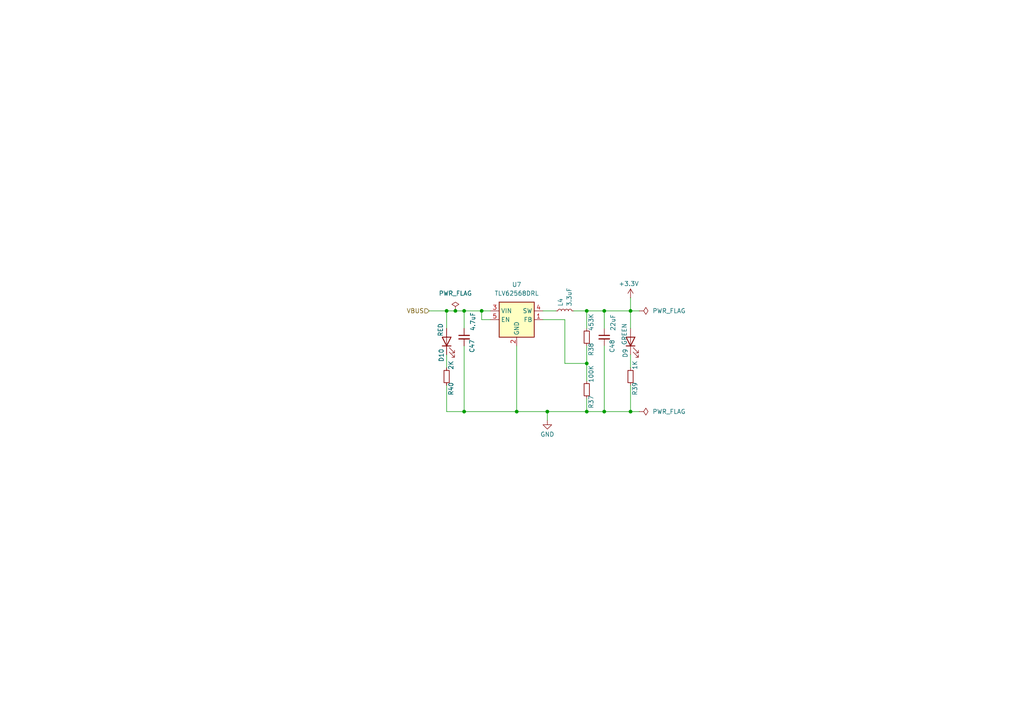
<source format=kicad_sch>
(kicad_sch (version 20231120) (generator "eeschema") (generator_version "8.0")
  (paper "A4")
  (title_block (title "RP2350 Target Board") (date "2024-10-23") (rev "rev1-pre1") (company "Pigweed"))
  (lib_symbols
    (symbol "Device:C_Small" (pin_numbers hide) (pin_names (offset 0.254) hide)
      (property "Reference" "C" (at 0.254 1.778 0))
      (property "Value" "C_Small" (at 0.254 -2.032 0))
      (symbol "C_Small_0_1"
        (polyline (pts (xy -1.524 -0.508) (xy 1.524 -0.508)) (stroke (width 0.3302)))
        (polyline (pts (xy -1.524 0.508) (xy 1.524 0.508)) (stroke (width 0.3048)))
      )
      (symbol "C_Small_1_1"
        (pin passive line (at 0 2.54 270) (length 2.032) (name "~") (number "1"))
        (pin passive line (at 0 -2.54 90) (length 2.032) (name "~") (number "2"))
      )
    )
    (symbol "Device:LED" (pin_numbers hide) (pin_names (offset 1.016) hide)
      (property "Reference" "D" (at 0 2.54 0))
      (property "Value" "LED" (at 0 -2.54 0))
      (symbol "LED_0_1"
        (polyline (pts (xy -1.27 -1.27) (xy -1.27 1.27)) (stroke (width 0.254)))
        (polyline (pts (xy -1.27 0) (xy 1.27 0)))
        (polyline (pts (xy 1.27 -1.27) (xy 1.27 1.27) (xy -1.27 0) (xy 1.27 -1.27)) (stroke (width 0.254)))
        (polyline (pts (xy -3.048 -0.762) (xy -4.572 -2.286) (xy -3.81 -2.286) (xy -4.572 -2.286) (xy -4.572 -1.524)))
        (polyline (pts (xy -1.778 -0.762) (xy -3.302 -2.286) (xy -2.54 -2.286) (xy -3.302 -2.286) (xy -3.302 -1.524)))
      )
      (symbol "LED_1_1"
        (pin passive line (at -3.81 0 0) (length 2.54) (name "K") (number "1"))
        (pin passive line (at 3.81 0 180) (length 2.54) (name "A") (number "2"))
      )
    )
    (symbol "Device:L_Small" (pin_numbers hide) (pin_names (offset 0.254) hide)
      (property "Reference" "L" (at 0.762 1.016 0))
      (property "Value" "L_Small" (at 0.762 -1.016 0))
      (symbol "L_Small_0_1"
        (arc (start 0 -2.032) (mid 0.5058 -1.524) (end 0 -1.016))
        (arc (start 0 -1.016) (mid 0.5058 -0.508) (end 0 0))
        (arc (start 0 0) (mid 0.5058 0.508) (end 0 1.016))
        (arc (start 0 1.016) (mid 0.5058 1.524) (end 0 2.032))
      )
      (symbol "L_Small_1_1"
        (pin passive line (at 0 2.54 270) (length 0.508) (name "~") (number "1"))
        (pin passive line (at 0 -2.54 90) (length 0.508) (name "~") (number "2"))
      )
    )
    (symbol "Device:R_Small" (pin_numbers hide) (pin_names (offset 0.254) hide)
      (property "Reference" "R" (at 0.762 0.508 0))
      (property "Value" "R_Small" (at 0.762 -1.016 0))
      (symbol "R_Small_0_1"
        (rectangle (start -0.762 1.778) (end 0.762 -1.778) (stroke (width 0.2032)))
      )
      (symbol "R_Small_1_1"
        (pin passive line (at 0 2.54 270) (length 0.762) (name "~") (number "1"))
        (pin passive line (at 0 -2.54 90) (length 0.762) (name "~") (number "2"))
      )
    )
    (symbol "Regulator_Switching:TLV62568DRL"
      (property "Reference" "U" (at -5.08 6.35 0))
      (property "Value" "TLV62568DRL" (at 0 6.35 0))
      (symbol "TLV62568DRL_0_1"
        (rectangle (start -5.08 5.08) (end 5.08 -5.08) (stroke (width 0.254)) (fill (type background)))
      )
      (symbol "TLV62568DRL_1_1"
        (pin input line (at 7.62 0 180) (length 2.54) (name "FB") (number "1"))
        (pin power_in line (at 0 -7.62 90) (length 2.54) (name "GND") (number "2"))
        (pin power_in line (at -7.62 2.54 0) (length 2.54) (name "VIN") (number "3"))
        (pin power_out line (at 7.62 2.54 180) (length 2.54) (name "SW") (number "4"))
        (pin input line (at -7.62 0 0) (length 2.54) (name "EN") (number "5"))
        (pin no_connect line (at 5.08 -2.54 180) (length 2.54) hide (name "NC") (number "6"))
      )
    )
    (symbol "power:+3.3V" (power) (pin_numbers hide) (pin_names (offset 0) hide)
      (property "Value" "+3.3V" (at 0 3.556 0))
      (symbol "+3.3V_0_1"
        (polyline (pts (xy -0.762 1.27) (xy 0 2.54)))
        (polyline (pts (xy 0 0) (xy 0 2.54)))
        (polyline (pts (xy 0 2.54) (xy 0.762 1.27)))
      )
      (symbol "+3.3V_1_1"
        (pin power_in line (at 0 0 90) (length 0) (name "~") (number "1"))
      )
    )
    (symbol "power:GND" (power) (pin_numbers hide) (pin_names (offset 0) hide)
      (property "Value" "GND" (at 0 -3.81 0))
      (symbol "GND_0_1"
        (polyline (pts (xy 0 0) (xy 0 -1.27) (xy 1.27 -1.27) (xy 0 -2.54) (xy -1.27 -1.27) (xy 0 -1.27)))
      )
      (symbol "GND_1_1"
        (pin power_in line (at 0 0 270) (length 0) (name "~") (number "1"))
      )
    )
    (symbol "power:PWR_FLAG" (power) (pin_numbers hide) (pin_names (offset 0) hide)
      (property "Value" "PWR_FLAG" (at 0 3.81 0))
      (symbol "PWR_FLAG_0_0"
        (pin power_out line (at 0 0 90) (length 0) (name "~") (number "1"))
      )
      (symbol "PWR_FLAG_0_1"
        (polyline (pts (xy 0 0) (xy 0 1.27) (xy -1.016 1.905) (xy 0 2.54) (xy 1.016 1.905) (xy 0 1.27)))
      )
    )
  )
  (junction (at 170.18 105.41))
  (junction (at 158.75 119.38))
  (junction (at 182.88 119.38))
  (junction (at 129.54 90.17))
  (junction (at 182.88 90.17))
  (junction (at 175.26 119.38))
  (junction (at 134.62 119.38))
  (junction (at 132.08 90.17))
  (junction (at 175.26 90.17))
  (junction (at 170.18 119.38))
  (junction (at 134.62 90.17))
  (junction (at 170.18 90.17))
  (junction (at 149.86 119.38))
  (junction (at 139.7 90.17))
  (wire (pts (xy 182.88 90.17) (xy 185.42 90.17)))
  (wire (pts (xy 142.24 90.17) (xy 139.7 90.17)))
  (wire (pts (xy 170.18 105.41) (xy 170.18 110.49)))
  (wire (pts (xy 139.7 92.71) (xy 139.7 90.17)))
  (wire (pts (xy 158.75 119.38) (xy 158.75 121.92)))
  (wire (pts (xy 157.48 90.17) (xy 161.29 90.17)))
  (wire (pts (xy 129.54 119.38) (xy 134.62 119.38)))
  (wire (pts (xy 124.46 90.17) (xy 129.54 90.17)))
  (wire (pts (xy 182.88 102.87) (xy 182.88 106.68)))
  (wire (pts (xy 142.24 92.71) (xy 139.7 92.71)))
  (wire (pts (xy 134.62 119.38) (xy 149.86 119.38)))
  (wire (pts (xy 182.88 111.76) (xy 182.88 119.38)))
  (wire (pts (xy 163.83 92.71) (xy 157.48 92.71)))
  (wire (pts (xy 166.37 90.17) (xy 170.18 90.17)))
  (wire (pts (xy 182.88 119.38) (xy 175.26 119.38)))
  (wire (pts (xy 132.08 90.17) (xy 134.62 90.17)))
  (wire (pts (xy 182.88 119.38) (xy 185.42 119.38)))
  (wire (pts (xy 129.54 111.76) (xy 129.54 119.38)))
  (wire (pts (xy 129.54 102.87) (xy 129.54 106.68)))
  (wire (pts (xy 175.26 119.38) (xy 170.18 119.38)))
  (wire (pts (xy 129.54 90.17) (xy 132.08 90.17)))
  (wire (pts (xy 182.88 86.36) (xy 182.88 90.17)))
  (wire (pts (xy 134.62 100.33) (xy 134.62 119.38)))
  (wire (pts (xy 134.62 90.17) (xy 134.62 95.25)))
  (wire (pts (xy 182.88 90.17) (xy 182.88 95.25)))
  (wire (pts (xy 163.83 105.41) (xy 163.83 92.71)))
  (wire (pts (xy 149.86 100.33) (xy 149.86 119.38)))
  (wire (pts (xy 170.18 115.57) (xy 170.18 119.38)))
  (wire (pts (xy 170.18 90.17) (xy 170.18 95.25)))
  (wire (pts (xy 170.18 100.33) (xy 170.18 105.41)))
  (wire (pts (xy 175.26 90.17) (xy 175.26 95.25)))
  (wire (pts (xy 170.18 90.17) (xy 175.26 90.17)))
  (wire (pts (xy 175.26 100.33) (xy 175.26 119.38)))
  (wire (pts (xy 163.83 105.41) (xy 170.18 105.41)))
  (wire (pts (xy 158.75 119.38) (xy 170.18 119.38)))
  (wire (pts (xy 139.7 90.17) (xy 134.62 90.17)))
  (wire (pts (xy 149.86 119.38) (xy 158.75 119.38)))
  (wire (pts (xy 175.26 90.17) (xy 182.88 90.17)))
  (wire (pts (xy 129.54 90.17) (xy 129.54 95.25)))
  (hierarchical_label "VBUS" (shape input) (at 124.46 90.17 180))
  (symbol (lib_id "power:PWR_FLAG") (at 132.08 90.17 0) (unit 1)
    (property "Reference" "#FLG09" (effects (hide yes)))
    (property "Value" "PWR_FLAG" (at 132.08 85.09 0))
    (property "Description" "Special symbol for telling ERC where power comes from" (effects (hide yes)))
  )
  (symbol (lib_id "Device:L_Small") (at 163.83 90.17 90) (unit 1)
    (property "Reference" "L4" (at 162.5599 88.9 0) (effects (justify left)))
    (property "Value" "3.3uF" (at 165.0999 88.9 0) (effects (justify left)))
    (property "Description" "Inductor, small symbol" (effects (hide yes)))
  )
  (symbol (lib_id "Device:R_Small") (at 170.18 113.03 180) (unit 1)
    (property "Reference" "R37" (at 171.45 116.586 90))
    (property "Value" "100K" (at 171.45 108.458 90))
    (property "Description" "Resistor, small symbol" (effects (hide yes)))
  )
  (symbol (lib_id "Device:C_Small") (at 175.26 97.79 0) (unit 1)
    (property "Reference" "C48" (at 177.546 102.362 90) (effects (justify left)))
    (property "Value" "22uF" (at 177.8 96.012 90) (effects (justify left)))
    (property "Description" "Unpolarized capacitor, small symbol" (effects (hide yes)))
  )
  (symbol (lib_id "power:PWR_FLAG") (at 185.42 119.38 270) (unit 1)
    (property "Reference" "#FLG01" (effects (hide yes)))
    (property "Value" "PWR_FLAG" (at 189.23 119.3799 90) (effects (justify left)))
    (property "Description" "Special symbol for telling ERC where power comes from" (effects (hide yes)))
  )
  (symbol (lib_id "Device:LED") (at 129.54 99.06 90) (unit 1)
    (property "Reference" "D10" (at 128.016 101.092 0) (effects (justify right)))
    (property "Value" "RED" (at 127.762 93.726 0) (effects (justify right)))
    (property "Description" "Light emitting diode" (effects (hide yes)))
  )
  (symbol (lib_id "Regulator_Switching:TLV62568DRL") (at 149.86 92.71 0) (unit 1)
    (property "Reference" "U7" (at 149.86 82.55 0))
    (property "Value" "TLV62568DRL" (at 149.86 85.09 0))
    (property "Footprint" "Package_TO_SOT_SMD:SOT-563" (effects (hide yes)))
    (property "Datasheet" "http://www.ti.com/lit/ds/symlink/tlv62568.pdf" (effects (hide yes)))
    (property "Description" "High Efficiency Synchronous Buck Converter, Adjustable Output 0.6V-5.5V, 1A, SOT-563-6" (effects (hide yes)))
    (property "DigiKey" "296-50407-1-ND" (effects (hide yes)))
    (property "LCSC" "C398372" (effects (hide yes)))
  )
  (symbol (lib_id "Device:C_Small") (at 134.62 97.79 0) (unit 1)
    (property "Reference" "C47" (at 136.906 102.362 90) (effects (justify left)))
    (property "Value" "4.7uF" (at 137.16 96.012 90) (effects (justify left)))
    (property "Description" "Unpolarized capacitor, small symbol" (effects (hide yes)))
  )
  (symbol (lib_id "Device:LED") (at 182.88 99.06 90) (unit 1)
    (property "Reference" "D9" (at 181.356 101.092 0) (effects (justify right)))
    (property "Value" "GREEN" (at 181.102 93.726 0) (effects (justify right)))
    (property "Description" "Light emitting diode" (effects (hide yes)))
  )
  (symbol (lib_id "Device:R_Small") (at 182.88 109.22 180) (unit 1)
    (property "Reference" "R39" (at 184.15 112.776 90))
    (property "Value" "1K" (at 184.15 105.918 90))
    (property "Description" "Resistor, small symbol" (effects (hide yes)))
  )
  (symbol (lib_id "Device:R_Small") (at 170.18 97.79 180) (unit 1)
    (property "Reference" "R38" (at 171.45 101.346 90))
    (property "Value" "453K" (at 171.45 93.472 90))
    (property "Description" "Resistor, small symbol" (effects (hide yes)))
  )
  (symbol (lib_id "power:+3.3V") (at 182.88 86.36 0) (unit 1)
    (property "Reference" "#PWR058" (effects (hide yes)))
    (property "Value" "+3.3V" (at 182.372 82.296 0))
    (property "Description" "Power symbol creates a global label with name \"+3.3V\"" (effects (hide yes)))
  )
  (symbol (lib_id "power:GND") (at 158.75 121.92 0) (mirror y) (unit 1)
    (property "Reference" "#PWR057" (effects (hide yes)))
    (property "Value" "GND" (at 158.75 125.984 0))
    (property "Description" "Power symbol creates a global label with name \"GND\" , ground" (effects (hide yes)))
  )
  (symbol (lib_id "power:PWR_FLAG") (at 185.42 90.17 270) (unit 1)
    (property "Reference" "#FLG02" (effects (hide yes)))
    (property "Value" "PWR_FLAG" (at 189.23 90.1699 90) (effects (justify left)))
    (property "Description" "Special symbol for telling ERC where power comes from" (effects (hide yes)))
  )
  (symbol (lib_id "Device:R_Small") (at 129.54 109.22 180) (unit 1)
    (property "Reference" "R40" (at 130.81 112.776 90))
    (property "Value" "2K" (at 130.81 105.918 90))
    (property "Description" "Resistor, small symbol" (effects (hide yes)))
  )
)
</source>
